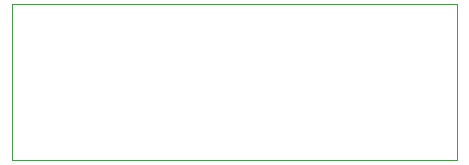
<source format=gko>
%FSLAX25Y25*%
%MOIN*%
G70*
G01*
G75*
G04 Layer_Color=16711935*
%ADD10C,0.00400*%
%ADD11R,0.08000X0.06000*%
%ADD12O,0.08000X0.06000*%
%ADD13R,0.05906X0.05906*%
%ADD14C,0.05906*%
%ADD15C,0.12000*%
%ADD16C,0.02000*%
%ADD17C,0.01000*%
%ADD18C,0.00787*%
%ADD19R,0.08800X0.06800*%
%ADD20O,0.08800X0.06800*%
%ADD21R,0.06706X0.06706*%
%ADD22C,0.06706*%
%ADD23C,0.12800*%
D10*
X0Y0D02*
Y52000D01*
X148500D01*
Y0D02*
Y52000D01*
X0Y0D02*
X148500D01*
X0D02*
Y52000D01*
X148500D01*
Y0D02*
Y52000D01*
X0Y0D02*
X148500D01*
M02*

</source>
